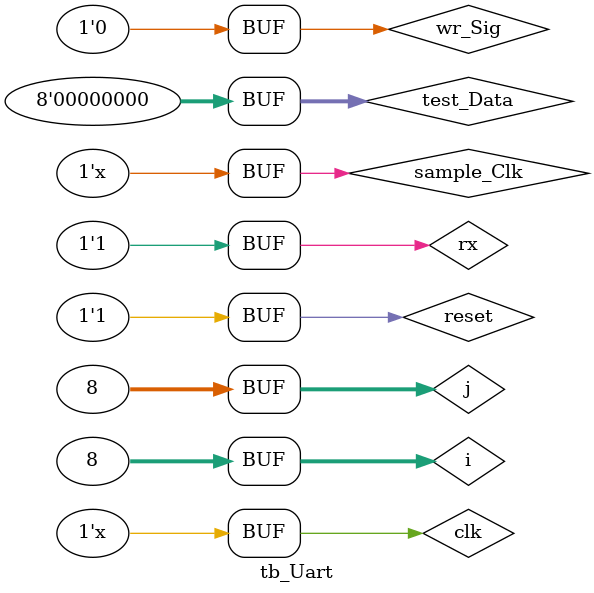
<source format=v>
`include "./uart_Define.v"
	module		tb_Uart();
	
	reg		clk;
	reg		reset;
	
	reg		rx;
	reg		[7 : 0] test_Data;
	
	reg			button_Trig;
	reg			wr_Sig;
	reg			sample_Clk;
	reg			en;
	wire		tx;
	reg		[7 : 0]	data[7 : 0];
	integer i,j;
	
	initial	
		begin
			clk = 1'b0;
			reset = 1'b1;
			rx = 1'b1;
			test_Data = 1'b0;
			wr_Sig = 1'b0;
			sample_Clk = 1'b0;
		end

			
	always #5 clk = ~clk;
	always #52083 sample_Clk = ~sample_Clk;
	
	// reset control
	initial
		begin
			#200 reset = 1'b0;
			#20 reset = 1'b1;
		end
	initial
			begin
				data[0] <= 8'h11;
				data[1] <= 8'h22;
				data[2] <= 8'h33;
				data[3] <= 8'h44;
				data[4] <= 8'h55;
				data[5] <= 8'h66;
				data[6] <= 8'h77;
				data[7] <= 8'h88;
			end
	initial
		begin
			#400 ;
			for(i = 0; i < 8; i = i + 1)
				begin
					rx = 1'b0; #52083;
					for(j = 0; j < 8; j = j + 1)
						begin
							rx = data[i][j]; #52083;
						end
					rx = 1'b1; #100000;
				end
		end
	`ifdef	using_RX
		// rx data control	
	
	`elsif Using_Buffer
	always@(posedge sample_Clk or negedge reset)
		begin
			if(~reset)
				en <= 1'b0;
			else
				en <= ~en;
		end
	
	always@(posedge sample_Clk)
		if(en)
			begin
				wr_Sig <= 1'b1;
				test_Data <= 8'h93;
			end
		else
			begin
				wr_Sig <= 1'b0;
				test_Data <= 1'b0;
			end
	always@(posedge sample_Clk or negedge reset)
		begin
			if(~reset)
				button_Trig <= 1'b1;
			else if(en)
				button_Trig <= 1'b0;
			else 
				button_Trig <= button_Trig;
		end
		
	`endif
	
	uart_Top Uart(
		.clk(clk),
		.reset(reset),
		
		.rx(rx),
		.test_Data(test_Data),
		.button_Trig(button_Trig),
		.wr_Sig(wr_Sig),
		
		.tx(tx));
		
	
	endmodule
	
</source>
